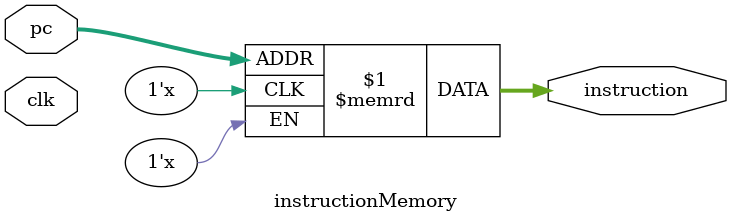
<source format=v>
`timescale 1ns / 1ps

`define instMemSize 1023

module instructionMemory(
		input clk, 
		input[31:0] pc,
		output[31:0] instruction
	);

reg[31:0] instMemory[`instMemSize:0];	// storage

assign instruction = instMemory[pc];	// get instruction from memory

endmodule
</source>
